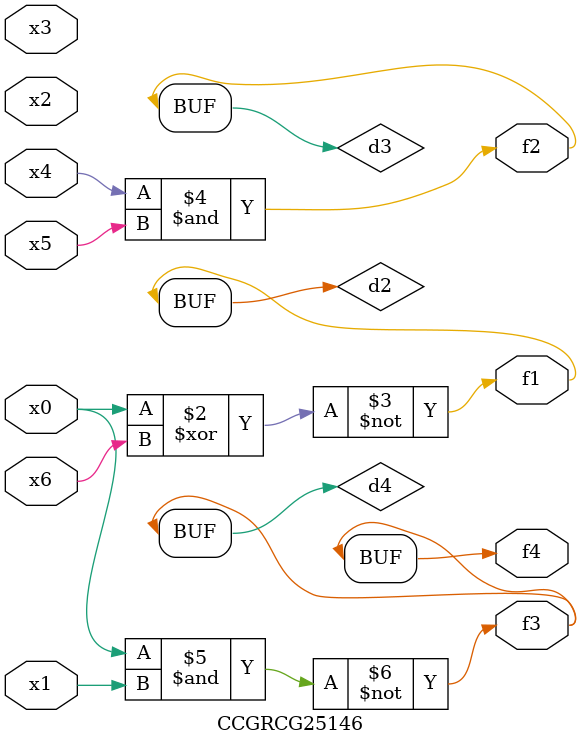
<source format=v>
module CCGRCG25146(
	input x0, x1, x2, x3, x4, x5, x6,
	output f1, f2, f3, f4
);

	wire d1, d2, d3, d4;

	nor (d1, x0);
	xnor (d2, x0, x6);
	and (d3, x4, x5);
	nand (d4, x0, x1);
	assign f1 = d2;
	assign f2 = d3;
	assign f3 = d4;
	assign f4 = d4;
endmodule

</source>
